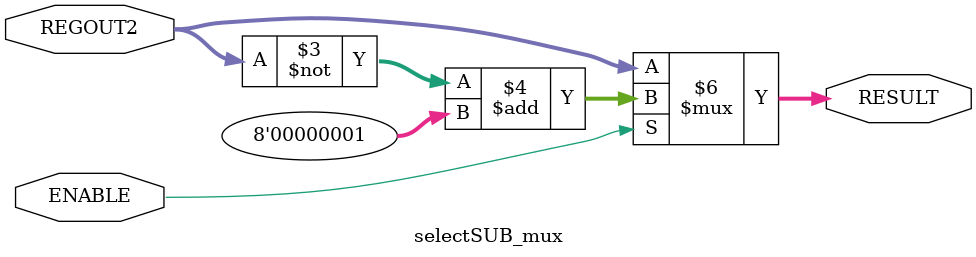
<source format=v>
/*
 * selectSUB_mux module - 
 * check the enable and
 * if it is 1 , output the REGOUT2 value by converting to 2's complement
 * Otherwise output the REGOUT2
 *
 */
module selectSUB_mux(RESULT,REGOUT2,ENABLE);

    /* Declare inputs and outputs 
     * according to the required number of bits
     */
    input ENABLE ;                
    input [7:0] REGOUT2;           
    output reg [7:0] RESULT;       
    
    /* 
     * Always block 
     */
    always @ (*) begin

        if (ENABLE==1)  begin
            //if ENABLE is high - 
            //output the REGOUT2 value by converting to 2's complement
            #1;   //One time unit delay for 2's complement
            RESULT= ~REGOUT2 + 8'b00000001; 
                
        end

        //Otherwise output the REGOUT2
        else  RESULT=  REGOUT2;   

    end   
    
endmodule
//-----------------------------------------------------------------------------------------------------------

</source>
